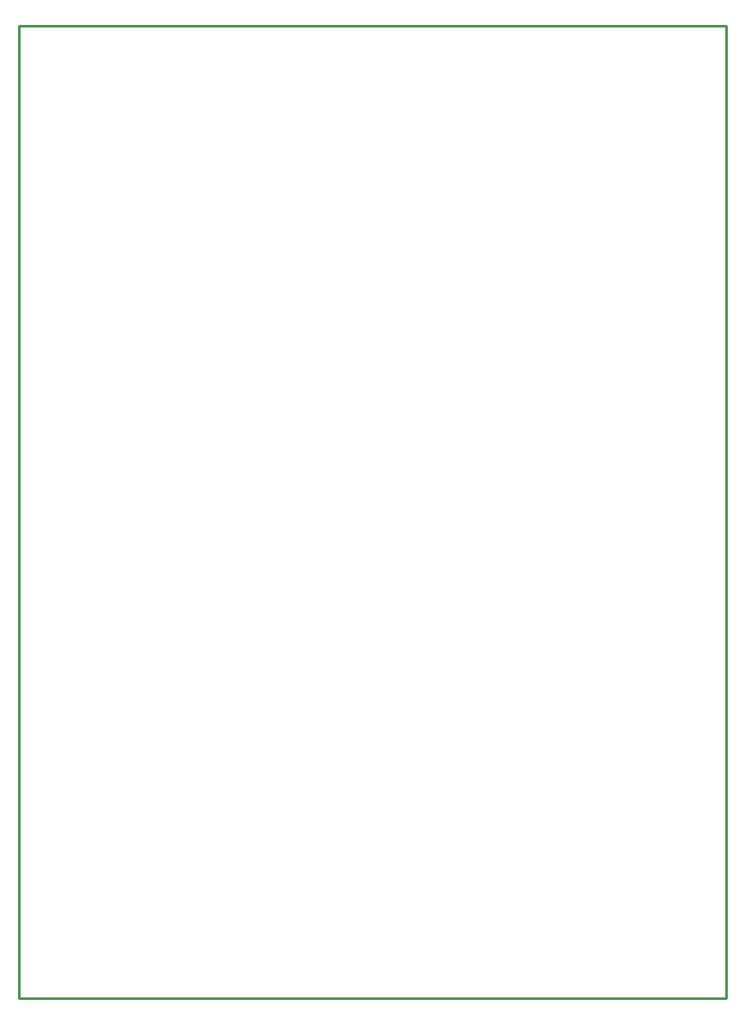
<source format=gko>
G04*
G04 #@! TF.GenerationSoftware,Altium Limited,Altium Designer,22.10.1 (41)*
G04*
G04 Layer_Color=16711935*
%FSLAX25Y25*%
%MOIN*%
G70*
G04*
G04 #@! TF.SameCoordinates,0999A839-FE00-46F6-A3B1-7260279DBB53*
G04*
G04*
G04 #@! TF.FilePolarity,Positive*
G04*
G01*
G75*
%ADD16C,0.01000*%
D16*
X0Y0D02*
X274500D01*
Y377500D01*
X0D02*
X274500D01*
X0Y0D02*
Y377500D01*
M02*

</source>
